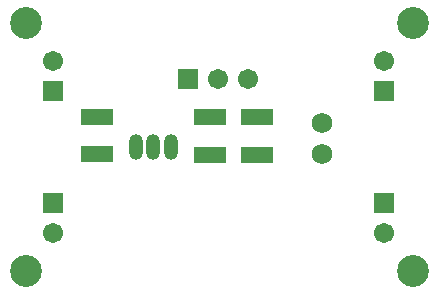
<source format=gts>
G04*
G04 #@! TF.GenerationSoftware,Altium Limited,Altium Designer,21.0.9 (235)*
G04*
G04 Layer_Color=8388736*
%FSLAX25Y25*%
%MOIN*%
G70*
G04*
G04 #@! TF.SameCoordinates,6D53B719-0023-417C-B101-D5714F10E9D5*
G04*
G04*
G04 #@! TF.FilePolarity,Negative*
G04*
G01*
G75*
%ADD14R,0.10642X0.05328*%
%ADD15C,0.10642*%
%ADD16O,0.04737X0.08674*%
%ADD17O,0.04737X0.08674*%
%ADD18R,0.06706X0.06706*%
%ADD19C,0.06706*%
%ADD20R,0.06706X0.06706*%
%ADD21C,0.06800*%
D14*
X128937Y463878D02*
D03*
Y451476D02*
D03*
X166339Y463583D02*
D03*
Y451181D02*
D03*
X182087Y463583D02*
D03*
Y451181D02*
D03*
D15*
X105315Y412402D02*
D03*
X234252D02*
D03*
Y495079D02*
D03*
X105315D02*
D03*
D16*
X153543Y453740D02*
D03*
D17*
X147638D02*
D03*
X141732D02*
D03*
D18*
X224410Y435197D02*
D03*
X114173D02*
D03*
X224410Y472441D02*
D03*
X114173Y472284D02*
D03*
D19*
X224410Y425197D02*
D03*
X114173D02*
D03*
X169291Y476378D02*
D03*
X179291D02*
D03*
X224410Y482441D02*
D03*
X114173Y482283D02*
D03*
D20*
X159291Y476378D02*
D03*
D21*
X203740Y451575D02*
D03*
Y461614D02*
D03*
M02*

</source>
